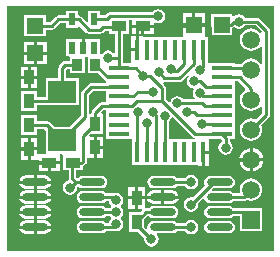
<source format=gtl>
G04 Layer_Physical_Order=1*
G04 Layer_Color=255*
%FSLAX44Y44*%
%MOMM*%
G71*
G01*
G75*
%ADD10R,0.4500X1.8000*%
%ADD11R,1.8000X0.4500*%
%ADD12O,2.2000X0.6000*%
%ADD13R,2.4000X1.9000*%
%ADD14R,0.6000X1.0000*%
%ADD15R,1.4500X1.3500*%
%ADD16R,1.3500X1.4500*%
%ADD17R,0.8890X1.0160*%
%ADD18R,0.9000X1.3000*%
%ADD19R,1.3000X0.9000*%
%ADD20C,0.2540*%
%ADD21C,1.5000*%
%ADD22R,1.5000X1.5000*%
%ADD23C,0.8000*%
G36*
X466063Y240187D02*
X240049D01*
Y447451D01*
X466063D01*
Y240187D01*
D02*
G37*
%LPC*%
G36*
X368300Y444957D02*
X365959Y444492D01*
X363974Y443165D01*
X363312Y442174D01*
X327361D01*
X326085Y441920D01*
X325004Y441197D01*
X323320Y439514D01*
X319300D01*
Y443180D01*
X309300D01*
Y434166D01*
X308127Y433680D01*
X303269Y438537D01*
X302188Y439260D01*
X300912Y439514D01*
X300300D01*
Y443180D01*
X290300D01*
Y439514D01*
X283780D01*
X282504Y439260D01*
X281422Y438537D01*
X277069Y434184D01*
X273410D01*
Y439600D01*
X254910D01*
Y422100D01*
X273410D01*
Y427516D01*
X278450D01*
X279726Y427770D01*
X280807Y428493D01*
X285161Y432846D01*
X290300D01*
Y429180D01*
X300300D01*
Y430417D01*
X301473Y430903D01*
X307364Y425013D01*
X308446Y424290D01*
X309722Y424036D01*
X318878D01*
X320154Y424290D01*
X321236Y425013D01*
X322939Y426716D01*
X326939D01*
Y424030D01*
X331625D01*
Y408010D01*
X330355Y407625D01*
X330062Y408063D01*
X328077Y409389D01*
X325736Y409855D01*
X323395Y409389D01*
X321410Y408063D01*
X320570Y406805D01*
X319300Y407191D01*
Y419180D01*
X310340D01*
Y419720D01*
X306070D01*
Y412180D01*
X303530D01*
Y419720D01*
X299260D01*
Y419180D01*
X290300D01*
Y405180D01*
X292249D01*
X293275Y404590D01*
X293275Y403910D01*
Y400844D01*
X289560D01*
X288284Y400590D01*
X287202Y399868D01*
X284662Y397327D01*
X283940Y396246D01*
X283686Y394970D01*
Y386330D01*
X273020D01*
Y370524D01*
X265580D01*
Y375690D01*
X252580D01*
Y358690D01*
X265580D01*
Y363856D01*
X273020D01*
Y363330D01*
X301020D01*
Y386330D01*
X290354D01*
Y393589D01*
X290941Y394176D01*
X293275D01*
Y390430D01*
X306165D01*
X306165Y404432D01*
X307340Y404622D01*
X308515Y404432D01*
X308515Y403370D01*
Y390430D01*
X317325D01*
X323083Y384672D01*
X323959Y384086D01*
Y382364D01*
X311720D01*
X310444Y382110D01*
X309362Y381387D01*
X304293Y376317D01*
X303570Y375236D01*
X303316Y373960D01*
Y354841D01*
X293805Y345330D01*
X280235D01*
X276658Y348908D01*
X275576Y349630D01*
X274300Y349884D01*
X265580D01*
Y355050D01*
X252580D01*
Y338050D01*
X265580D01*
Y343216D01*
X271792D01*
X273020Y341988D01*
Y323310D01*
X273020Y322330D01*
X271870Y322040D01*
X267390D01*
X267210Y322040D01*
X266120Y322475D01*
Y325280D01*
X260350D01*
Y317510D01*
X265940D01*
X266120Y317510D01*
X267210Y317076D01*
Y316270D01*
X276250D01*
X285290D01*
X285290Y322040D01*
X286440Y322330D01*
X286824D01*
X287750Y321500D01*
Y308500D01*
X292416D01*
Y301150D01*
X292464Y300907D01*
X291555Y299431D01*
X291409Y299402D01*
X289424Y298076D01*
X288098Y296091D01*
X287633Y293750D01*
X288098Y291409D01*
X289424Y289424D01*
X291409Y288098D01*
X293750Y287633D01*
X296091Y288098D01*
X298076Y289424D01*
X299402Y291409D01*
X299867Y293750D01*
X299848Y293846D01*
X299961Y294065D01*
X301209Y294495D01*
X302339Y293740D01*
X304290Y293352D01*
X320290D01*
X322241Y293740D01*
X323895Y294845D01*
X325000Y296499D01*
X325388Y298450D01*
X325000Y300401D01*
X323895Y302055D01*
X322241Y303160D01*
X320290Y303548D01*
X304290D01*
X302339Y303160D01*
X300685Y302055D01*
X299395Y302220D01*
X299084Y302531D01*
Y308500D01*
X304750D01*
Y311869D01*
X304806Y311880D01*
X305888Y312603D01*
X307158Y313873D01*
X307880Y314954D01*
X308134Y316230D01*
Y318780D01*
X313690D01*
Y327820D01*
Y336860D01*
X310374D01*
X309888Y338033D01*
X311175Y339320D01*
X321460D01*
Y356320D01*
X320784D01*
X320298Y357493D01*
X322501Y359696D01*
X323959D01*
Y350780D01*
Y342780D01*
Y334780D01*
X345043D01*
X346003Y334574D01*
X346209Y333613D01*
Y312530D01*
X401669D01*
Y311990D01*
X405189D01*
Y323530D01*
X406459D01*
Y324800D01*
X411249D01*
Y334780D01*
X421494D01*
X422116Y334158D01*
Y332648D01*
X421124Y331986D01*
X419798Y330001D01*
X419333Y327660D01*
X419798Y325319D01*
X421124Y323334D01*
X423109Y322008D01*
X425450Y321543D01*
X427791Y322008D01*
X429776Y323334D01*
X431102Y325319D01*
X431567Y327660D01*
X431102Y330001D01*
X429776Y331986D01*
X428784Y332648D01*
Y334780D01*
X432959D01*
Y342780D01*
Y350780D01*
Y358780D01*
Y366780D01*
Y374780D01*
Y383695D01*
X435819D01*
X441818Y377697D01*
X441611Y376108D01*
X440265Y375075D01*
X438742Y373091D01*
X437785Y370780D01*
X437458Y368300D01*
X437785Y365820D01*
X438742Y363509D01*
X440265Y361525D01*
X442249Y360002D01*
X444560Y359044D01*
X447040Y358718D01*
X449520Y359044D01*
X451831Y360002D01*
X453815Y361525D01*
X455136Y363245D01*
X456275Y362990D01*
X456406Y362917D01*
Y356981D01*
X450977Y351552D01*
X449520Y352155D01*
X447040Y352482D01*
X444560Y352155D01*
X442249Y351198D01*
X440265Y349675D01*
X438742Y347691D01*
X437785Y345380D01*
X437458Y342900D01*
X437785Y340420D01*
X438742Y338109D01*
X440265Y336124D01*
X442249Y334602D01*
X444560Y333644D01*
X447040Y333318D01*
X449520Y333644D01*
X451831Y334602D01*
X453815Y336124D01*
X455338Y338109D01*
X456296Y340420D01*
X456622Y342900D01*
X456296Y345380D01*
X455692Y346837D01*
X462098Y353242D01*
X462820Y354324D01*
X463074Y355600D01*
Y426720D01*
X462820Y427996D01*
X462098Y429077D01*
X454478Y436698D01*
X453396Y437420D01*
X452120Y437674D01*
X441868D01*
X441206Y438666D01*
X439221Y439992D01*
X436880Y440457D01*
X434539Y439992D01*
X432554Y438666D01*
X432460Y438525D01*
X431942Y438484D01*
X430710Y439620D01*
Y441050D01*
X413210D01*
Y422550D01*
X430710D01*
Y428641D01*
X431106Y428720D01*
X432188Y429442D01*
X432677Y429932D01*
X434539Y428688D01*
X436880Y428223D01*
X439221Y428688D01*
X441206Y430014D01*
X441868Y431006D01*
X450739D01*
X456115Y425630D01*
X456115Y425625D01*
X456002Y425112D01*
X454635Y424808D01*
X453815Y425875D01*
X451831Y427398D01*
X449520Y428355D01*
X447040Y428682D01*
X444560Y428355D01*
X442249Y427398D01*
X440265Y425875D01*
X438742Y423891D01*
X437785Y421580D01*
X437458Y419100D01*
X437785Y416620D01*
X438742Y414309D01*
X440265Y412325D01*
X442249Y410802D01*
X444560Y409845D01*
X447040Y409518D01*
X449520Y409845D01*
X451831Y410802D01*
X453815Y412325D01*
X455136Y414045D01*
X456275Y413790D01*
X456406Y413717D01*
Y399083D01*
X456275Y399010D01*
X455136Y398755D01*
X453815Y400475D01*
X451831Y401998D01*
X449520Y402956D01*
X447040Y403282D01*
X444560Y402956D01*
X442249Y401998D01*
X440265Y400475D01*
X438742Y398491D01*
X438689Y398364D01*
X432959D01*
Y399280D01*
X411876D01*
X410915Y399486D01*
X410709Y400446D01*
Y421530D01*
X408821D01*
X407750Y422010D01*
X407750Y422800D01*
Y430530D01*
X398460D01*
Y431800D01*
D01*
Y430530D01*
X389170D01*
Y422800D01*
X389170Y422010D01*
X388099Y421530D01*
X355249D01*
Y422070D01*
X351729D01*
Y410530D01*
X350459D01*
Y409260D01*
X345669D01*
Y399280D01*
X338293D01*
Y403750D01*
Y424030D01*
X343939D01*
Y435506D01*
X346399D01*
Y431800D01*
X355439D01*
X364479D01*
Y432829D01*
X365599Y433428D01*
X365959Y433188D01*
X368300Y432722D01*
X370641Y433188D01*
X372626Y434514D01*
X373952Y436498D01*
X374417Y438840D01*
X373952Y441181D01*
X372626Y443165D01*
X370641Y444492D01*
X368300Y444957D01*
D02*
G37*
G36*
X407750Y441590D02*
X399730D01*
Y433070D01*
X407750D01*
Y441590D01*
D02*
G37*
G36*
X397190D02*
X389170D01*
Y433070D01*
X397190D01*
Y441590D01*
D02*
G37*
G36*
X364479Y429260D02*
X356709D01*
Y423490D01*
X364479D01*
Y429260D01*
D02*
G37*
G36*
X354169D02*
X346399D01*
Y423490D01*
X354169D01*
Y429260D01*
D02*
G37*
G36*
X349189Y422070D02*
X345669D01*
Y411800D01*
X349189D01*
Y422070D01*
D02*
G37*
G36*
X273950Y416640D02*
X265430D01*
Y408620D01*
X273950D01*
Y416640D01*
D02*
G37*
G36*
X262890D02*
X254370D01*
Y408620D01*
X262890D01*
Y416640D01*
D02*
G37*
G36*
X273950Y406080D02*
X265430D01*
Y398060D01*
X273950D01*
Y406080D01*
D02*
G37*
G36*
X262890D02*
X254370D01*
Y398060D01*
X262890D01*
Y406080D01*
D02*
G37*
G36*
X266120Y396230D02*
X260350D01*
Y388460D01*
X266120D01*
Y396230D01*
D02*
G37*
G36*
X257810D02*
X252040D01*
Y388460D01*
X257810D01*
Y396230D01*
D02*
G37*
G36*
X266120Y385920D02*
X260350D01*
Y378150D01*
X266120D01*
Y385920D01*
D02*
G37*
G36*
X257810D02*
X252040D01*
Y378150D01*
X257810D01*
Y385920D01*
D02*
G37*
G36*
X322000Y336860D02*
X316230D01*
Y329090D01*
X322000D01*
Y336860D01*
D02*
G37*
G36*
X266120Y335590D02*
X260350D01*
Y327820D01*
X266120D01*
Y335590D01*
D02*
G37*
G36*
X257810D02*
X252040D01*
Y327820D01*
X257810D01*
Y335590D01*
D02*
G37*
G36*
X322000Y326550D02*
X316230D01*
Y318780D01*
X322000D01*
Y326550D01*
D02*
G37*
G36*
X448310Y327459D02*
Y318770D01*
X456999D01*
X456822Y320121D01*
X455810Y322563D01*
X454201Y324661D01*
X452103Y326270D01*
X449661Y327282D01*
X448310Y327459D01*
D02*
G37*
G36*
X445770D02*
X444419Y327282D01*
X441977Y326270D01*
X439879Y324661D01*
X438270Y322563D01*
X437258Y320121D01*
X437081Y318770D01*
X445770D01*
Y327459D01*
D02*
G37*
G36*
X257810Y325280D02*
X252040D01*
Y317510D01*
X257810D01*
Y325280D01*
D02*
G37*
G36*
X411249Y322260D02*
X407729D01*
Y311990D01*
X411249D01*
Y322260D01*
D02*
G37*
G36*
X285290Y313730D02*
X277520D01*
Y307960D01*
X285290D01*
Y313730D01*
D02*
G37*
G36*
X274980D02*
X267210D01*
Y307960D01*
X274980D01*
Y313730D01*
D02*
G37*
G36*
X456999Y316230D02*
X448310D01*
Y307541D01*
X449661Y307718D01*
X452103Y308730D01*
X454201Y310339D01*
X455810Y312437D01*
X456822Y314879D01*
X456999Y316230D01*
D02*
G37*
G36*
X445770D02*
X437081D01*
X437258Y314879D01*
X438270Y312437D01*
X439879Y310339D01*
X441977Y308730D01*
X444419Y307718D01*
X445770Y307541D01*
Y316230D01*
D02*
G37*
G36*
X396240Y304568D02*
X393899Y304102D01*
X391914Y302776D01*
X391252Y301784D01*
X384026D01*
X383845Y302055D01*
X382191Y303160D01*
X380240Y303548D01*
X364240D01*
X362289Y303160D01*
X360635Y302055D01*
X359530Y300401D01*
X359142Y298450D01*
X359530Y296499D01*
X360635Y294845D01*
X362289Y293740D01*
X364240Y293352D01*
X380240D01*
X382191Y293740D01*
X383845Y294845D01*
X384026Y295116D01*
X391252D01*
X391914Y294124D01*
X393899Y292798D01*
X396240Y292332D01*
X398581Y292798D01*
X400566Y294124D01*
X401892Y296109D01*
X402357Y298450D01*
X401892Y300791D01*
X400566Y302776D01*
X398581Y304102D01*
X396240Y304568D01*
D02*
G37*
G36*
X272290Y304098D02*
X265560D01*
Y299720D01*
X277686D01*
X277509Y300612D01*
X276284Y302444D01*
X274452Y303669D01*
X272290Y304098D01*
D02*
G37*
G36*
X263020D02*
X256290D01*
X254128Y303669D01*
X252296Y302444D01*
X251071Y300612D01*
X250894Y299720D01*
X263020D01*
Y304098D01*
D02*
G37*
G36*
X277686Y297180D02*
X265560D01*
Y292801D01*
X272290D01*
X274452Y293231D01*
X276284Y294456D01*
X277509Y296288D01*
X277686Y297180D01*
D02*
G37*
G36*
X263020D02*
X250894D01*
X251071Y296288D01*
X252296Y294456D01*
X254128Y293231D01*
X256290Y292801D01*
X263020D01*
Y297180D01*
D02*
G37*
G36*
X380240Y291399D02*
X373510D01*
Y287020D01*
X385636D01*
X385459Y287912D01*
X384234Y289744D01*
X382402Y290969D01*
X380240Y291399D01*
D02*
G37*
G36*
X272290D02*
X265560D01*
Y287020D01*
X277686D01*
X277509Y287912D01*
X276284Y289744D01*
X274452Y290969D01*
X272290Y291399D01*
D02*
G37*
G36*
X370970D02*
X364240D01*
X362078Y290969D01*
X360246Y289744D01*
X359021Y287912D01*
X358844Y287020D01*
X370970D01*
Y291399D01*
D02*
G37*
G36*
X263020D02*
X256290D01*
X254128Y290969D01*
X252296Y289744D01*
X251071Y287912D01*
X250894Y287020D01*
X263020D01*
Y291399D01*
D02*
G37*
G36*
X357040Y294040D02*
X351270D01*
Y286270D01*
X357040D01*
Y294040D01*
D02*
G37*
G36*
X348730D02*
X342960D01*
Y286270D01*
X348730D01*
Y294040D01*
D02*
G37*
G36*
X428240Y303548D02*
X412240D01*
X410289Y303160D01*
X408635Y302055D01*
X407530Y300401D01*
X407142Y298450D01*
X407530Y296499D01*
X407968Y295843D01*
X397410Y285285D01*
X396240Y285518D01*
X393899Y285052D01*
X391914Y283726D01*
X390588Y281741D01*
X390122Y279400D01*
X390588Y277059D01*
X391914Y275074D01*
X393899Y273748D01*
X396240Y273283D01*
X398581Y273748D01*
X400566Y275074D01*
X401892Y277059D01*
X402357Y279400D01*
X402125Y280570D01*
X406217Y284662D01*
X407432Y284293D01*
X407530Y283799D01*
X408635Y282145D01*
X410289Y281040D01*
X412240Y280652D01*
X428240D01*
X430191Y281040D01*
X431845Y282145D01*
X432026Y282416D01*
X440690D01*
X441966Y282670D01*
X443047Y283393D01*
X443103Y283448D01*
X444560Y282845D01*
X447040Y282518D01*
X449520Y282845D01*
X451831Y283802D01*
X453815Y285324D01*
X455338Y287309D01*
X456296Y289620D01*
X456622Y292100D01*
X456296Y294580D01*
X455338Y296891D01*
X453815Y298875D01*
X451831Y300398D01*
X449520Y301355D01*
X447040Y301682D01*
X444560Y301355D01*
X442249Y300398D01*
X440265Y298875D01*
X438742Y296891D01*
X437785Y294580D01*
X437458Y292100D01*
X437688Y290354D01*
X436739Y289084D01*
X432026D01*
X431845Y289355D01*
X430191Y290460D01*
X428240Y290848D01*
X414062D01*
X413576Y292021D01*
X414907Y293352D01*
X428240D01*
X430191Y293740D01*
X431845Y294845D01*
X432950Y296499D01*
X433338Y298450D01*
X432950Y300401D01*
X431845Y302055D01*
X430191Y303160D01*
X428240Y303548D01*
D02*
G37*
G36*
X385636Y284480D02*
X373510D01*
Y280102D01*
X380240D01*
X382402Y280531D01*
X384234Y281756D01*
X385459Y283588D01*
X385636Y284480D01*
D02*
G37*
G36*
X370970D02*
X358844D01*
X359021Y283588D01*
X360246Y281756D01*
X362078Y280531D01*
X364240Y280102D01*
X370970D01*
Y284480D01*
D02*
G37*
G36*
X277686D02*
X265560D01*
Y280102D01*
X272290D01*
X274452Y280531D01*
X276284Y281756D01*
X277509Y283588D01*
X277686Y284480D01*
D02*
G37*
G36*
X263020D02*
X250894D01*
X251071Y283588D01*
X252296Y281756D01*
X254128Y280531D01*
X256290Y280102D01*
X263020D01*
Y284480D01*
D02*
G37*
G36*
X320290Y290848D02*
X304290D01*
X302339Y290460D01*
X300685Y289355D01*
X299580Y287701D01*
X299192Y285750D01*
X299580Y283799D01*
X300685Y282145D01*
X302339Y281040D01*
X304290Y280652D01*
X320290D01*
X322241Y281040D01*
X323895Y282145D01*
X324076Y282416D01*
X326780D01*
X327088Y280869D01*
X328414Y278884D01*
X328593Y278765D01*
Y277495D01*
X328414Y277376D01*
X327752Y276384D01*
X324076D01*
X323895Y276655D01*
X322241Y277760D01*
X320290Y278148D01*
X304290D01*
X302339Y277760D01*
X300685Y276655D01*
X299580Y275001D01*
X299192Y273050D01*
X299580Y271099D01*
X300685Y269445D01*
X302339Y268340D01*
X304290Y267952D01*
X320290D01*
X322241Y268340D01*
X323895Y269445D01*
X324076Y269716D01*
X327752D01*
X328414Y268724D01*
X328593Y268605D01*
Y267335D01*
X328414Y267216D01*
X327088Y265231D01*
X326780Y263684D01*
X324076D01*
X323895Y263955D01*
X322241Y265060D01*
X320290Y265448D01*
X304290D01*
X302339Y265060D01*
X300685Y263955D01*
X299580Y262301D01*
X299192Y260350D01*
X299580Y258399D01*
X300685Y256745D01*
X302339Y255640D01*
X304290Y255252D01*
X320290D01*
X322241Y255640D01*
X323895Y256745D01*
X324076Y257016D01*
X330200D01*
X330858Y257147D01*
X332740Y256772D01*
X335081Y257238D01*
X337066Y258564D01*
X338392Y260549D01*
X338857Y262890D01*
X338392Y265231D01*
X337066Y267216D01*
X336887Y267335D01*
Y268605D01*
X337066Y268724D01*
X338392Y270709D01*
X338857Y273050D01*
X338392Y275391D01*
X337066Y277376D01*
X336887Y277495D01*
Y278765D01*
X337066Y278884D01*
X338392Y280869D01*
X338857Y283210D01*
X338392Y285551D01*
X337066Y287536D01*
X335081Y288862D01*
X332740Y289328D01*
X330858Y288953D01*
X330200Y289084D01*
X324076D01*
X323895Y289355D01*
X322241Y290460D01*
X320290Y290848D01*
D02*
G37*
G36*
X348730Y283730D02*
X342960D01*
Y275960D01*
X348730D01*
Y283730D01*
D02*
G37*
G36*
X272290Y278699D02*
X265560D01*
Y274320D01*
X277686D01*
X277509Y275212D01*
X276284Y277044D01*
X274452Y278269D01*
X272290Y278699D01*
D02*
G37*
G36*
X263020D02*
X256290D01*
X254128Y278269D01*
X252296Y277044D01*
X251071Y275212D01*
X250894Y274320D01*
X263020D01*
Y278699D01*
D02*
G37*
G36*
X357040Y283730D02*
X351270D01*
Y275960D01*
X354449D01*
X354975Y274690D01*
X353785Y273500D01*
X343500D01*
Y256500D01*
X351285D01*
X356615Y251170D01*
X356382Y250000D01*
X356848Y247659D01*
X358174Y245674D01*
X360159Y244348D01*
X362500Y243883D01*
X364841Y244348D01*
X366826Y245674D01*
X368152Y247659D01*
X368618Y250000D01*
X368152Y252341D01*
X367055Y253982D01*
X367551Y255252D01*
X380240D01*
X382191Y255640D01*
X383845Y256745D01*
X384026Y257016D01*
X391252D01*
X391914Y256024D01*
X393899Y254698D01*
X396240Y254233D01*
X398581Y254698D01*
X400566Y256024D01*
X401892Y258009D01*
X402357Y260350D01*
X401892Y262691D01*
X400566Y264676D01*
X398581Y266002D01*
X396240Y266467D01*
X393899Y266002D01*
X391914Y264676D01*
X391252Y263684D01*
X384026D01*
X383845Y263955D01*
X382191Y265060D01*
X380240Y265448D01*
X364240D01*
X362289Y265060D01*
X360635Y263955D01*
X359530Y262301D01*
X359142Y260350D01*
X359261Y259750D01*
X358091Y259124D01*
X356500Y260715D01*
Y266785D01*
X359287Y269572D01*
X360607Y269488D01*
X360635Y269445D01*
X362289Y268340D01*
X364240Y267952D01*
X380240D01*
X382191Y268340D01*
X383845Y269445D01*
X384950Y271099D01*
X385338Y273050D01*
X384950Y275001D01*
X383845Y276655D01*
X382191Y277760D01*
X380240Y278148D01*
X364240D01*
X362289Y277760D01*
X360635Y276655D01*
X360454Y276384D01*
X358050D01*
X358022Y276378D01*
X357040Y277184D01*
Y283730D01*
D02*
G37*
G36*
X277686Y271780D02*
X265560D01*
Y267402D01*
X272290D01*
X274452Y267831D01*
X276284Y269056D01*
X277509Y270888D01*
X277686Y271780D01*
D02*
G37*
G36*
X263020D02*
X250894D01*
X251071Y270888D01*
X252296Y269056D01*
X254128Y267831D01*
X256290Y267402D01*
X263020D01*
Y271780D01*
D02*
G37*
G36*
X272290Y265998D02*
X265560D01*
Y261620D01*
X277686D01*
X277509Y262512D01*
X276284Y264344D01*
X274452Y265569D01*
X272290Y265998D01*
D02*
G37*
G36*
X263020D02*
X256290D01*
X254128Y265569D01*
X252296Y264344D01*
X251071Y262512D01*
X250894Y261620D01*
X263020D01*
Y265998D01*
D02*
G37*
G36*
X428240Y278148D02*
X412240D01*
X410289Y277760D01*
X408635Y276655D01*
X407530Y275001D01*
X407142Y273050D01*
X407530Y271099D01*
X408635Y269445D01*
X410289Y268340D01*
X412240Y267952D01*
X428240D01*
X430191Y268340D01*
X431845Y269445D01*
X432026Y269716D01*
X437540D01*
Y257200D01*
X456540D01*
Y276200D01*
X447965D01*
X447040Y276384D01*
X432026D01*
X431845Y276655D01*
X430191Y277760D01*
X428240Y278148D01*
D02*
G37*
G36*
Y265448D02*
X412240D01*
X410289Y265060D01*
X408635Y263955D01*
X407530Y262301D01*
X407142Y260350D01*
X407530Y258399D01*
X408635Y256745D01*
X410289Y255640D01*
X412240Y255252D01*
X428240D01*
X430191Y255640D01*
X431845Y256745D01*
X432950Y258399D01*
X433338Y260350D01*
X432950Y262301D01*
X431845Y263955D01*
X430191Y265060D01*
X428240Y265448D01*
D02*
G37*
G36*
X277686Y259080D02*
X265560D01*
Y254701D01*
X272290D01*
X274452Y255131D01*
X276284Y256356D01*
X277509Y258188D01*
X277686Y259080D01*
D02*
G37*
G36*
X263020D02*
X250894D01*
X251071Y258188D01*
X252296Y256356D01*
X254128Y255131D01*
X256290Y254701D01*
X263020D01*
Y259080D01*
D02*
G37*
%LPD*%
G36*
X394345Y387955D02*
X393101Y386094D01*
X392636Y383753D01*
X393101Y381412D01*
X394427Y379427D01*
X396412Y378101D01*
X397739Y377837D01*
X398323Y376426D01*
X398101Y376094D01*
X397636Y373753D01*
X398101Y371412D01*
X399156Y369834D01*
X398608Y368564D01*
X389535D01*
X388989Y369381D01*
X387005Y370707D01*
X384663Y371173D01*
X382322Y370707D01*
X380338Y369381D01*
X379011Y367396D01*
X378821Y366440D01*
X377443Y366022D01*
X374584Y368881D01*
Y378469D01*
X374330Y379745D01*
X373607Y380826D01*
X372347Y382087D01*
X372972Y383257D01*
X373517Y383149D01*
X386362D01*
X387638Y383403D01*
X388719Y384126D01*
X393358Y388764D01*
X394345Y387955D01*
D02*
G37*
G36*
X323959Y374780D02*
Y366780D01*
Y366364D01*
X321120D01*
X319844Y366110D01*
X318762Y365387D01*
X312603Y359228D01*
X311880Y358146D01*
X311626Y356870D01*
Y356320D01*
X309984D01*
Y372579D01*
X313101Y375696D01*
X323959D01*
Y374780D01*
D02*
G37*
G36*
X397363Y336672D02*
X398445Y335949D01*
X399197Y335800D01*
X399072Y334530D01*
X377793D01*
Y350204D01*
X378076Y350393D01*
X379402Y352378D01*
X379513Y352938D01*
X380729Y353306D01*
X397363Y336672D01*
D02*
G37*
D10*
X350459Y410530D02*
D03*
X358459D02*
D03*
X366459D02*
D03*
X374459D02*
D03*
X382459D02*
D03*
X390459D02*
D03*
X398459D02*
D03*
X406459D02*
D03*
Y323530D02*
D03*
X398459D02*
D03*
X390459D02*
D03*
X382459D02*
D03*
X374459D02*
D03*
X366459D02*
D03*
X358459D02*
D03*
X350459D02*
D03*
D11*
X421959Y395030D02*
D03*
Y387030D02*
D03*
Y379030D02*
D03*
Y371030D02*
D03*
Y363030D02*
D03*
Y355030D02*
D03*
Y347030D02*
D03*
Y339030D02*
D03*
X334959D02*
D03*
Y347030D02*
D03*
Y355030D02*
D03*
Y363030D02*
D03*
Y371030D02*
D03*
Y379030D02*
D03*
Y387030D02*
D03*
Y395030D02*
D03*
D12*
X264290Y298450D02*
D03*
Y285750D02*
D03*
Y273050D02*
D03*
Y260350D02*
D03*
X312290Y298450D02*
D03*
Y285750D02*
D03*
Y273050D02*
D03*
Y260350D02*
D03*
X420240D02*
D03*
Y273050D02*
D03*
Y285750D02*
D03*
Y298450D02*
D03*
X372240Y260350D02*
D03*
Y273050D02*
D03*
Y285750D02*
D03*
Y298450D02*
D03*
D13*
X287020Y374830D02*
D03*
Y333830D02*
D03*
D14*
X295300Y412180D02*
D03*
X304800D02*
D03*
X314300D02*
D03*
Y436180D02*
D03*
X295300D02*
D03*
D15*
X264160Y407350D02*
D03*
Y430850D02*
D03*
D16*
X421960Y431800D02*
D03*
X398460D02*
D03*
D17*
X299720Y397510D02*
D03*
X314960D02*
D03*
D18*
X259080Y326550D02*
D03*
Y346550D02*
D03*
Y367190D02*
D03*
Y387190D02*
D03*
X350000Y285000D02*
D03*
Y265000D02*
D03*
X314960Y327820D02*
D03*
Y347820D02*
D03*
D19*
X276250Y315000D02*
D03*
X296250D02*
D03*
X335439Y430530D02*
D03*
X355439D02*
D03*
D20*
X277500Y420690D02*
X282260Y425450D01*
X277500Y410000D02*
Y420690D01*
X274850Y407350D02*
X277500Y410000D01*
X264160Y407350D02*
X274850D01*
X248920Y330200D02*
X252570Y326550D01*
X248920Y330200D02*
Y405170D01*
Y387190D02*
X259080D01*
X248920Y405170D02*
X251100Y407350D01*
X264160D01*
X432370Y434340D02*
X436880D01*
X429830Y431800D02*
X432370Y434340D01*
X418150Y431800D02*
X429830D01*
X411940Y423195D02*
Y429310D01*
X409450Y431800D02*
X411940Y429310D01*
X398460Y431800D02*
X409450D01*
X373517Y386483D02*
X386362D01*
X368750Y391250D02*
X373517Y386483D01*
X349410Y285750D02*
X372240D01*
X330200D02*
X332740Y283210D01*
X312290Y285750D02*
X330200D01*
Y260350D02*
X332740Y262890D01*
X312290Y260350D02*
X330200D01*
X334959Y403750D02*
Y430050D01*
Y395030D02*
Y403750D01*
X334947Y403737D02*
X334959Y403750D01*
X325736Y403737D02*
X334947D01*
X378753Y392503D02*
X384473D01*
X386362Y386483D02*
X398459Y398581D01*
Y410530D01*
X390459Y398489D02*
Y410530D01*
X384473Y392503D02*
X390459Y398489D01*
X378753Y392503D02*
Y393753D01*
X385000Y435000D02*
X389470Y430530D01*
X376930Y435000D02*
X385000D01*
X372460Y430530D02*
X376930Y435000D01*
X389470Y430530D02*
X397190D01*
X355439D02*
X372460D01*
X406477Y371030D02*
X421959D01*
X405659Y365230D02*
X407859Y363030D01*
X421959D01*
X403860Y393700D02*
X406459Y396299D01*
X397190Y430530D02*
X398460Y431800D01*
X411940Y423195D02*
X413856Y421280D01*
X419460D01*
X327361Y438840D02*
X368300D01*
X402119Y355250D02*
X421739D01*
X421959Y355030D01*
X401898D02*
X402119Y355250D01*
X401018Y355030D02*
X401898D01*
X421009Y347980D02*
X421959Y347030D01*
X311720Y379030D02*
X334959D01*
X306650Y373960D02*
X311720Y379030D01*
X306650Y353460D02*
Y373960D01*
X420240Y273050D02*
X447040D01*
X396240Y279400D02*
X415290Y298450D01*
X420240D01*
X275590Y307340D02*
Y314800D01*
X275750Y314960D01*
X349250Y285590D02*
Y308610D01*
X345439D02*
X403859D01*
X252570Y326550D02*
X259080D01*
X304800Y337660D02*
X314960Y347820D01*
X372240Y260350D02*
X396240D01*
X420240Y285750D02*
X440690D01*
X447040Y292100D01*
Y266700D02*
Y273050D01*
X349250Y285590D02*
X349410Y285750D01*
X403859Y308610D02*
X406459Y311210D01*
Y323530D01*
X350459Y410530D02*
Y429200D01*
X351789Y430530D01*
X355439D01*
X334959Y395030D02*
X349189D01*
X355599Y388620D01*
X314960Y347820D02*
Y356870D01*
X303530Y314960D02*
X304800Y316230D01*
X295750Y314960D02*
X303530D01*
X304800Y316230D02*
Y337660D01*
X289560Y397510D02*
X299720D01*
X287020Y394970D02*
X289560Y397510D01*
X287020Y374830D02*
Y394970D01*
Y333830D02*
X306650Y353460D01*
X334643Y378714D02*
X334959Y379030D01*
X259080Y316230D02*
Y326550D01*
Y316230D02*
X260350Y314960D01*
X275750D01*
X259080Y346550D02*
X274300D01*
X287020Y333830D01*
X259080Y367190D02*
X279380D01*
X287020Y374830D01*
X264160Y430850D02*
X278450D01*
X283780Y436180D01*
X295300D01*
X304800Y412180D02*
Y422910D01*
X302260Y425450D02*
X304800Y422910D01*
X282260Y425450D02*
X302260D01*
X314960Y327820D02*
X326228D01*
X345439Y308610D01*
X321120Y363030D02*
X334959D01*
X314960Y356870D02*
X321120Y363030D01*
X325440Y387030D02*
X334959D01*
X314960Y397510D02*
X325440Y387030D01*
X295300Y436180D02*
X300912D01*
X309722Y427370D01*
X318878D01*
X321558Y430050D01*
X334959D01*
X314300Y436180D02*
X324701D01*
X327361Y438840D01*
X284480Y273050D02*
Y298450D01*
X275590Y307340D02*
X284480Y298450D01*
X264290Y260350D02*
X281940D01*
X284480Y262890D01*
Y273050D01*
X295750Y301150D02*
Y314960D01*
Y301150D02*
X298450Y298450D01*
X312290D01*
Y273050D02*
X332740D01*
X264290Y260350D02*
Y273050D01*
Y285750D01*
Y298450D01*
X372240D02*
X396240D01*
X406459Y323530D02*
X414340D01*
X420370Y317500D01*
X447040D01*
X425450Y327660D02*
Y335539D01*
X421959Y339030D02*
X425450Y335539D01*
X447040Y342900D02*
X459740Y355600D01*
X421959Y395030D02*
X445710D01*
X447040Y393700D01*
X421959Y387030D02*
X437200D01*
X447040Y377190D01*
Y368300D02*
Y377190D01*
X419460Y421280D02*
X424180Y416560D01*
Y405130D02*
Y416560D01*
X436880Y434340D02*
X452120D01*
X459740Y426720D01*
Y355600D02*
Y426720D01*
X406459Y396299D02*
Y410530D01*
X293750Y293750D02*
X298450Y298450D01*
X350000Y262500D02*
Y265000D01*
Y262500D02*
X362500Y250000D01*
X334959Y363030D02*
X346129D01*
X398544Y357503D02*
X401018Y355030D01*
X398753Y383753D02*
X404035D01*
X408758Y379030D01*
X421959D01*
X403753Y373753D02*
X406477Y371030D01*
X384838Y365230D02*
X405659D01*
X405130Y347980D02*
X421009D01*
X384663Y365055D02*
X384838Y365230D01*
X392503Y357503D02*
X398544D01*
X399720Y339030D02*
X421959D01*
X346129Y363030D02*
X350599Y367500D01*
X371250D02*
X399720Y339030D01*
X334959Y371030D02*
X347280D01*
X351250Y375000D01*
X350599Y367500D02*
X371250D01*
X361099Y388620D02*
X371250Y378469D01*
X355599Y388620D02*
X361099D01*
X371250Y367500D02*
Y378469D01*
X351250Y375000D02*
X363750D01*
X358459Y323530D02*
Y348519D01*
X350459Y356709D02*
X351250Y357500D01*
X350459Y323530D02*
Y356709D01*
X374459Y323530D02*
Y354010D01*
X363750Y357500D02*
X366459Y354791D01*
Y323530D02*
Y354791D01*
X358050Y273050D02*
X372240D01*
X350000Y265000D02*
X358050Y273050D01*
D21*
X447040Y317500D02*
D03*
Y292100D02*
D03*
Y342900D02*
D03*
Y368300D02*
D03*
Y393700D02*
D03*
Y419100D02*
D03*
D22*
Y266700D02*
D03*
D23*
X435000Y405000D02*
D03*
X442500Y330000D02*
D03*
X285000Y285000D02*
D03*
Y255000D02*
D03*
X325736Y403737D02*
D03*
X378753Y393753D02*
D03*
X398753Y383753D02*
D03*
X403860Y393700D02*
D03*
X368300Y438840D02*
D03*
X332740Y262890D02*
D03*
Y283210D02*
D03*
X396240Y279400D02*
D03*
Y260350D02*
D03*
X284480Y273050D02*
D03*
X332740D02*
D03*
X396240Y298450D02*
D03*
X355599Y388620D02*
D03*
X425450Y327660D02*
D03*
X424180Y405130D02*
D03*
X436880Y434340D02*
D03*
X293750Y293750D02*
D03*
X362500Y250000D02*
D03*
X403753Y373753D02*
D03*
X405130Y347980D02*
D03*
X384663Y365055D02*
D03*
X392503Y357503D02*
D03*
X368750Y391250D02*
D03*
X363750Y375000D02*
D03*
X358750Y348810D02*
D03*
X351250Y357500D02*
D03*
X373750Y354719D02*
D03*
X363750Y357500D02*
D03*
M02*

</source>
